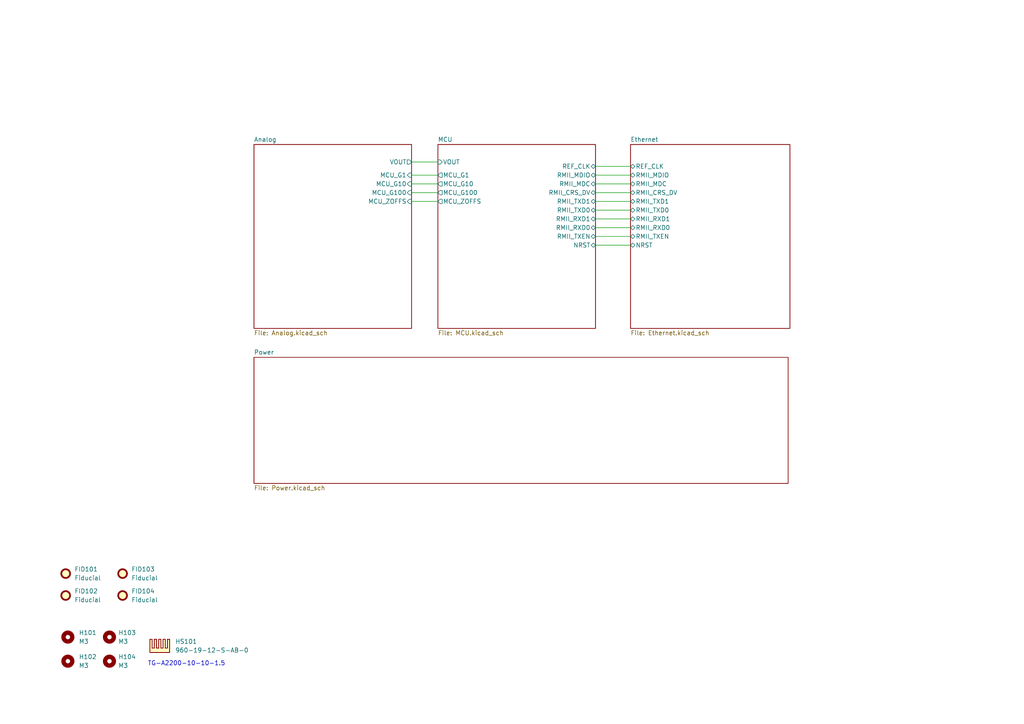
<source format=kicad_sch>
(kicad_sch (version 20231120) (generator "eeschema") (generator_version "8.0")
  (paper "A4")
  (lib_symbols
    (symbol "Mechanical:Fiducial"
      (property "Reference" "FID" (at 0 5.08 0))
      (property "Value" "Fiducial" (at 0 3.175 0))
      (symbol "Fiducial_0_1"
        (circle (center 0 0) (radius 1.27) (stroke (width 0.508)) (fill (type background)))
      )
    )
    (symbol "Mechanical:Heatsink" (pin_names (offset 1.016))
      (property "Reference" "HS" (at 0 5.08 0))
      (property "Value" "Heatsink" (at 0 -1.27 0))
      (symbol "Heatsink_0_1"
        (polyline (pts (xy -0.3302 1.27) (xy -0.9652 1.27) (xy -0.9652 3.81) (xy -1.6002 3.81) (xy -1.6002 1.27) (xy -2.2352 1.27) (xy -2.2352 3.81) (xy -2.8702 3.81) (xy -2.8702 0) (xy -0.9652 0)) (stroke (width 0.254)) (fill (type background)))
        (polyline (pts (xy -0.3302 1.27) (xy -0.3302 3.81) (xy 0.3048 3.81) (xy 0.3048 1.27) (xy 0.9398 1.27) (xy 0.9398 3.81) (xy 1.5748 3.81) (xy 1.5748 1.27) (xy 2.2098 1.27) (xy 2.2098 3.81) (xy 2.8448 3.81) (xy 2.8448 0) (xy -0.9652 0)) (stroke (width 0.254)) (fill (type background)))
      )
    )
    (symbol "Mechanical:MountingHole" (pin_names (offset 1.016))
      (property "Reference" "H" (at 0 5.08 0))
      (property "Value" "MountingHole" (at 0 3.175 0))
      (symbol "MountingHole_0_1"
        (circle (center 0 0) (radius 1.27) (stroke (width 1.27)))
      )
    )
  )
  (wire (pts (xy 119.38 53.34) (xy 127 53.34)))
  (wire (pts (xy 119.38 50.8) (xy 127 50.8)))
  (wire (pts (xy 172.72 50.8) (xy 182.88 50.8)))
  (wire (pts (xy 119.38 58.42) (xy 127 58.42)))
  (wire (pts (xy 119.38 55.88) (xy 127 55.88)))
  (wire (pts (xy 172.72 71.12) (xy 182.88 71.12)))
  (wire (pts (xy 172.72 68.58) (xy 182.88 68.58)))
  (wire (pts (xy 172.72 58.42) (xy 182.88 58.42)))
  (wire (pts (xy 172.72 48.26) (xy 182.88 48.26)))
  (wire (pts (xy 172.72 66.04) (xy 182.88 66.04)))
  (wire (pts (xy 119.38 46.99) (xy 127 46.99)))
  (wire (pts (xy 172.72 63.5) (xy 182.88 63.5)))
  (wire (pts (xy 172.72 55.88) (xy 182.88 55.88)))
  (wire (pts (xy 172.72 53.34) (xy 182.88 53.34)))
  (wire (pts (xy 172.72 60.96) (xy 182.88 60.96)))
  (text "TG-A2200-10-10-1.5" (at 54.102 192.532 0) (effects (font (size 1.27 1.27))))
  (symbol (lib_id "Mechanical:MountingHole") (at 31.75 191.77 0) (unit 1) (in_bom no)
    (property "Reference" "H104" (at 34.29 190.5 0) (effects (justify left)))
    (property "Value" "M3" (at 34.29 193.04 0) (effects (justify left)))
    (property "Footprint" "MountingHole:MountingHole_3.2mm_M3_DIN965_Pad" (effects (hide yes)))
  )
  (symbol (lib_id "Mechanical:MountingHole") (at 19.685 191.77 0) (unit 1) (in_bom no)
    (property "Reference" "H102" (at 22.86 190.5 0) (effects (justify left)))
    (property "Value" "M3" (at 22.86 193.04 0) (effects (justify left)))
    (property "Footprint" "MountingHole:MountingHole_3.2mm_M3_DIN965" (effects (hide yes)))
  )
  (symbol (lib_id "Mechanical:Fiducial") (at 35.56 172.72 0) (unit 1) (in_bom no)
    (property "Reference" "FID104" (at 38.1 171.4499 0) (effects (justify left)))
    (property "Value" "Fiducial" (at 38.1 173.9899 0) (effects (justify left)))
    (property "Footprint" "Fiducial:Fiducial_1.5mm_Mask3mm" (effects (hide yes)))
    (property "Description" "Fiducial Marker" (effects (hide yes)))
  )
  (symbol (lib_id "Mechanical:Fiducial") (at 19.05 172.72 0) (unit 1) (in_bom no)
    (property "Reference" "FID102" (at 21.59 171.4499 0) (effects (justify left)))
    (property "Value" "Fiducial" (at 21.59 173.9899 0) (effects (justify left)))
    (property "Footprint" "Fiducial:Fiducial_1.5mm_Mask3mm" (effects (hide yes)))
    (property "Description" "Fiducial Marker" (effects (hide yes)))
  )
  (symbol (lib_id "Mechanical:MountingHole") (at 19.685 184.785 0) (unit 1) (in_bom no)
    (property "Reference" "H101" (at 22.86 183.515 0) (effects (justify left)))
    (property "Value" "M3" (at 22.86 186.055 0) (effects (justify left)))
    (property "Footprint" "MountingHole:MountingHole_3.2mm_M3_DIN965" (effects (hide yes)))
  )
  (symbol (lib_id "Mechanical:Fiducial") (at 35.56 166.37 0) (unit 1) (in_bom no)
    (property "Reference" "FID103" (at 38.1 165.0999 0) (effects (justify left)))
    (property "Value" "Fiducial" (at 38.1 167.6399 0) (effects (justify left)))
    (property "Footprint" "Fiducial:Fiducial_1.5mm_Mask3mm" (effects (hide yes)))
    (property "Description" "Fiducial Marker" (effects (hide yes)))
  )
  (symbol (lib_id "Mechanical:Fiducial") (at 19.05 166.37 0) (unit 1) (in_bom no)
    (property "Reference" "FID101" (at 21.59 165.0999 0) (effects (justify left)))
    (property "Value" "Fiducial" (at 21.59 167.6399 0) (effects (justify left)))
    (property "Footprint" "Fiducial:Fiducial_1.5mm_Mask3mm" (effects (hide yes)))
    (property "Description" "Fiducial Marker" (effects (hide yes)))
  )
  (symbol (lib_id "Mechanical:MountingHole") (at 31.75 184.785 0) (unit 1) (in_bom no)
    (property "Reference" "H103" (at 34.29 183.515 0) (effects (justify left)))
    (property "Value" "M3" (at 34.29 186.055 0) (effects (justify left)))
    (property "Footprint" "MountingHole:MountingHole_3.2mm_M3_DIN965_Pad" (effects (hide yes)))
  )
  (symbol (lib_id "Mechanical:Heatsink") (at 46.355 189.23 0) (unit 1)
    (property "Reference" "HS101" (at 50.8 186.055 0) (effects (justify left)))
    (property "Value" "960-19-12-S-AB-0" (at 50.8 188.595 0) (effects (justify left)))
    (property "Footprint" "ETH1ISO224:960-19-12-S-AB-0" (effects (hide yes)))
  )
  (sheet (at 127 41.91) (size 45.72 53.34) (stroke (width 0.1524))
    (property "Sheetname" "MCU" (at 127 41.1984 0) (effects (justify left bottom)))
    (property "Sheetfile" "MCU.kicad_sch" (at 127 95.8346 0) (effects (justify left top)))
    (pin "VOUT" input (at 127 46.99 180))
    (pin "NRST" bidirectional (at 172.72 71.12 0))
    (pin "RMII_MDC" bidirectional (at 172.72 53.34 0))
    (pin "RMII_RXD0" bidirectional (at 172.72 66.04 0))
    (pin "RMII_RXD1" bidirectional (at 172.72 63.5 0))
    (pin "RMII_CRS_DV" bidirectional (at 172.72 55.88 0))
    (pin "RMII_MDIO" bidirectional (at 172.72 50.8 0))
    (pin "REF_CLK" bidirectional (at 172.72 48.26 0))
    (pin "MCU_G10" output (at 127 53.34 180))
    (pin "MCU_G100" output (at 127 55.88 180))
    (pin "RMII_TXEN" bidirectional (at 172.72 68.58 0))
    (pin "MCU_ZOFFS" output (at 127 58.42 180))
    (pin "MCU_G1" output (at 127 50.8 180))
    (pin "RMII_TXD1" bidirectional (at 172.72 58.42 0))
    (pin "RMII_TXD0" bidirectional (at 172.72 60.96 0))
  )
  (sheet (at 73.66 41.91) (size 45.72 53.34) (stroke (width 0.1524))
    (property "Sheetname" "Analog" (at 73.66 41.1984 0) (effects (justify left bottom)))
    (property "Sheetfile" "Analog.kicad_sch" (at 73.66 95.8346 0) (effects (justify left top)))
    (pin "MCU_G1" input (at 119.38 50.8 0))
    (pin "VOUT" output (at 119.38 46.99 0))
    (pin "MCU_G10" input (at 119.38 53.34 0))
    (pin "MCU_G100" input (at 119.38 55.88 0))
    (pin "MCU_ZOFFS" input (at 119.38 58.42 0))
  )
  (sheet (at 73.66 103.632) (size 154.94 36.576) (stroke (width 0.1524))
    (property "Sheetname" "Power" (at 73.66 102.9204 0) (effects (justify left bottom)))
    (property "Sheetfile" "Power.kicad_sch" (at 73.66 140.7926 0) (effects (justify left top)))
  )
  (sheet (at 182.88 41.91) (size 46.228 53.34) (stroke (width 0.1524))
    (property "Sheetname" "Ethernet" (at 182.88 41.1984 0) (effects (justify left bottom)))
    (property "Sheetfile" "Ethernet.kicad_sch" (at 182.88 95.8346 0) (effects (justify left top)))
    (pin "REF_CLK" bidirectional (at 182.88 48.26 180))
    (pin "RMII_MDIO" bidirectional (at 182.88 50.8 180))
    (pin "RMII_MDC" bidirectional (at 182.88 53.34 180))
    (pin "NRST" bidirectional (at 182.88 71.12 180))
    (pin "RMII_TXD1" bidirectional (at 182.88 58.42 180))
    (pin "RMII_CRS_DV" bidirectional (at 182.88 55.88 180))
    (pin "RMII_RXD1" bidirectional (at 182.88 63.5 180))
    (pin "RMII_TXD0" bidirectional (at 182.88 60.96 180))
    (pin "RMII_TXEN" bidirectional (at 182.88 68.58 180))
    (pin "RMII_RXD0" bidirectional (at 182.88 66.04 180))
  )
)
</source>
